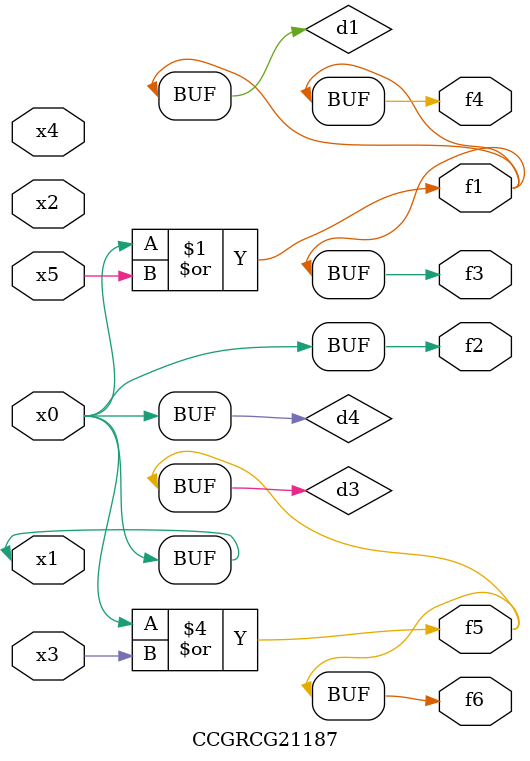
<source format=v>
module CCGRCG21187(
	input x0, x1, x2, x3, x4, x5,
	output f1, f2, f3, f4, f5, f6
);

	wire d1, d2, d3, d4;

	or (d1, x0, x5);
	xnor (d2, x1, x4);
	or (d3, x0, x3);
	buf (d4, x0, x1);
	assign f1 = d1;
	assign f2 = d4;
	assign f3 = d1;
	assign f4 = d1;
	assign f5 = d3;
	assign f6 = d3;
endmodule

</source>
